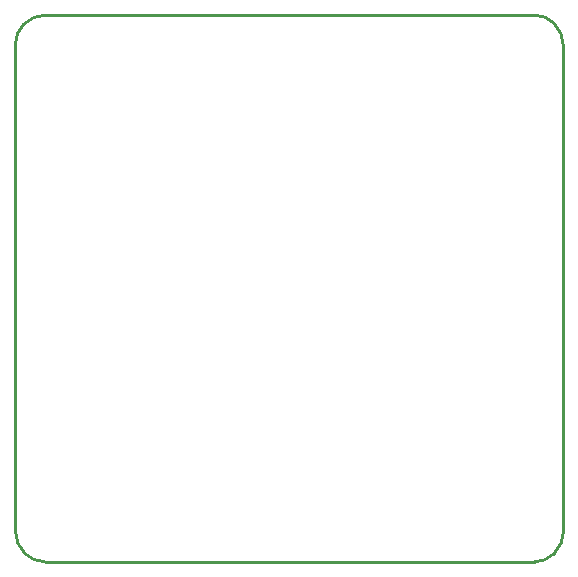
<source format=gko>
G04*
G04 #@! TF.GenerationSoftware,Altium Limited,Altium Designer,20.0.9 (164)*
G04*
G04 Layer_Color=16711935*
%FSLAX25Y25*%
%MOIN*%
G70*
G01*
G75*
%ADD10C,0.01000*%
D10*
X10360Y182283D02*
G03*
X2756Y179134I0J-10753D01*
G01*
D02*
G03*
X0Y172480I6653J-6653D01*
G01*
Y10360D02*
G03*
X3150Y2756I10753J0D01*
G01*
D02*
G03*
X9803Y0I6653J6653D01*
G01*
X173228D02*
G03*
X179277Y2506I0J8554D01*
G01*
X179921Y3150D02*
G03*
X182677Y9803I-6653J6653D01*
G01*
Y171924D02*
G03*
X179528Y179528I-10753J0D01*
G01*
D02*
G03*
X172874Y182283I-6653J-6653D01*
G01*
X10360D02*
X170866D01*
X0Y10360D02*
Y172480D01*
X9803Y0D02*
X173228D01*
X179277Y2506D02*
X179921Y3150D01*
X182677Y9803D02*
Y12598D01*
Y171924D01*
X170866Y182283D02*
X172874D01*
M02*

</source>
